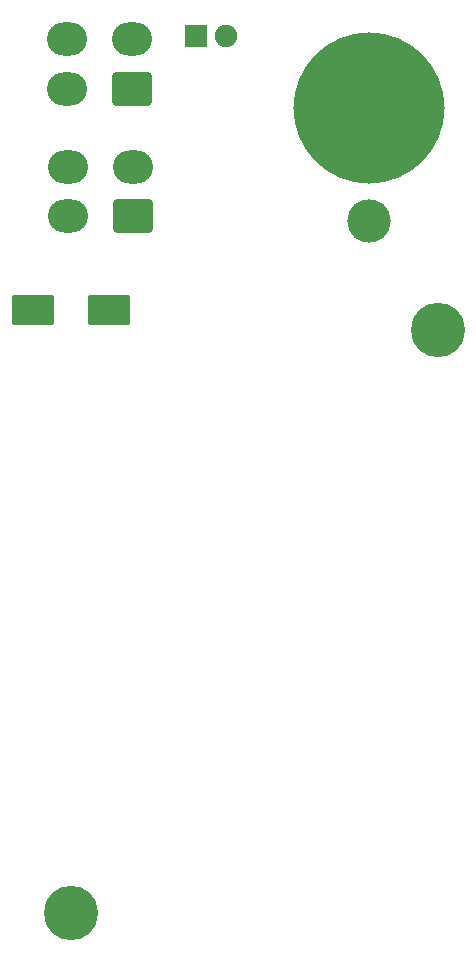
<source format=gbr>
%TF.GenerationSoftware,KiCad,Pcbnew,(6.0.9)*%
%TF.CreationDate,2022-12-26T21:16:01-09:00*%
%TF.ProjectId,PCB_ OBOGS PANEL,5043422c-204f-4424-9f47-532050414e45,rev?*%
%TF.SameCoordinates,Original*%
%TF.FileFunction,Soldermask,Bot*%
%TF.FilePolarity,Negative*%
%FSLAX46Y46*%
G04 Gerber Fmt 4.6, Leading zero omitted, Abs format (unit mm)*
G04 Created by KiCad (PCBNEW (6.0.9)) date 2022-12-26 21:16:01*
%MOMM*%
%LPD*%
G01*
G04 APERTURE LIST*
G04 Aperture macros list*
%AMRoundRect*
0 Rectangle with rounded corners*
0 $1 Rounding radius*
0 $2 $3 $4 $5 $6 $7 $8 $9 X,Y pos of 4 corners*
0 Add a 4 corners polygon primitive as box body*
4,1,4,$2,$3,$4,$5,$6,$7,$8,$9,$2,$3,0*
0 Add four circle primitives for the rounded corners*
1,1,$1+$1,$2,$3*
1,1,$1+$1,$4,$5*
1,1,$1+$1,$6,$7*
1,1,$1+$1,$8,$9*
0 Add four rect primitives between the rounded corners*
20,1,$1+$1,$2,$3,$4,$5,0*
20,1,$1+$1,$4,$5,$6,$7,0*
20,1,$1+$1,$6,$7,$8,$9,0*
20,1,$1+$1,$8,$9,$2,$3,0*%
G04 Aperture macros list end*
%ADD10C,12.800000*%
%ADD11C,3.672000*%
%ADD12C,4.600000*%
%ADD13RoundRect,0.300000X-1.500000X-1.000000X1.500000X-1.000000X1.500000X1.000000X-1.500000X1.000000X0*%
%ADD14RoundRect,0.050000X-0.900000X-0.900000X0.900000X-0.900000X0.900000X0.900000X-0.900000X0.900000X0*%
%ADD15C,1.900000*%
%ADD16RoundRect,0.300001X1.399999X-1.099999X1.399999X1.099999X-1.399999X1.099999X-1.399999X-1.099999X0*%
%ADD17O,3.400000X2.800000*%
G04 APERTURE END LIST*
D10*
%TO.C,1*%
X190279157Y-55312067D03*
X190279157Y-55312067D03*
D11*
X190279157Y-64837067D03*
%TD*%
D12*
%TO.C,2*%
X196121157Y-74108067D03*
%TD*%
%TO.C,3*%
X165006157Y-123447567D03*
%TD*%
D13*
%TO.C,C1*%
X161797860Y-72433180D03*
X168297860Y-72433180D03*
%TD*%
D14*
%TO.C,D17*%
X175613060Y-49209960D03*
D15*
X178153060Y-49209960D03*
%TD*%
D16*
%TO.C,J1*%
X170251120Y-53695600D03*
D17*
X170251120Y-49495600D03*
X164751120Y-53695600D03*
X164751120Y-49495600D03*
%TD*%
D16*
%TO.C,J2*%
X170266360Y-64475360D03*
D17*
X170266360Y-60275360D03*
X164766360Y-64475360D03*
X164766360Y-60275360D03*
%TD*%
M02*

</source>
